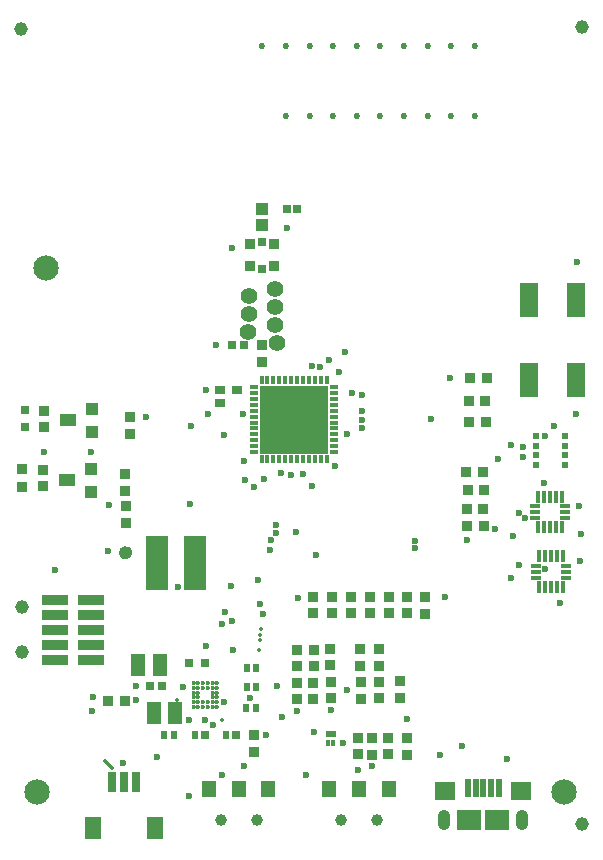
<source format=gts>
G04*
G04 #@! TF.GenerationSoftware,Altium Limited,Altium Designer,20.2.4 (192)*
G04*
G04 Layer_Color=8388736*
%FSLAX25Y25*%
%MOIN*%
G70*
G04*
G04 #@! TF.SameCoordinates,C82156A4-65EB-44BA-A6C3-424022D268A2*
G04*
G04*
G04 #@! TF.FilePolarity,Negative*
G04*
G01*
G75*
%ADD38R,0.03150X0.03150*%
%ADD50R,0.03543X0.03150*%
%ADD56C,0.02400*%
%ADD57R,0.22638X0.22638*%
%ADD58R,0.03622X0.01654*%
%ADD59R,0.01654X0.04114*%
%ADD60R,0.01772X0.02756*%
%ADD61R,0.02756X0.01772*%
%ADD62R,0.03591X0.03591*%
%ADD63R,0.03091X0.02591*%
%ADD64R,0.03591X0.03591*%
%ADD65R,0.05591X0.04191*%
%ADD66R,0.04191X0.04191*%
%ADD67R,0.04528X0.05315*%
%ADD68R,0.02520X0.02638*%
%ADD69R,0.04528X0.07677*%
%ADD70C,0.01417*%
%ADD71R,0.03740X0.03740*%
%ADD72R,0.02303X0.02591*%
%ADD73R,0.05315X0.07677*%
%ADD74R,0.02953X0.06693*%
%ADD75R,0.02165X0.05906*%
%ADD76R,0.08071X0.06693*%
%ADD77R,0.06890X0.06102*%
%ADD78R,0.03543X0.03740*%
%ADD79R,0.02559X0.02874*%
%ADD80R,0.04331X0.03937*%
%ADD81C,0.01378*%
%ADD82R,0.06063X0.11417*%
%ADD83R,0.06102X0.11417*%
%ADD84R,0.07480X0.18307*%
%ADD85R,0.02362X0.02362*%
%ADD86R,0.08583X0.03583*%
%ADD87R,0.01575X0.02165*%
%ADD88R,0.03347X0.02165*%
%ADD89C,0.01378*%
%ADD90C,0.04528*%
%ADD91C,0.08465*%
%ADD92C,0.03937*%
%ADD93O,0.04134X0.06890*%
%ADD94C,0.04606*%
%ADD95C,0.02362*%
%ADD96C,0.02087*%
%ADD97C,0.05591*%
D38*
X6299Y137205D02*
D03*
Y143110D02*
D03*
D50*
X71544Y149665D02*
D03*
X77056D02*
D03*
X71544Y145335D02*
D03*
D56*
X41000Y95410D02*
G03*
X41000Y95410I-1100J0D01*
G01*
D57*
X96063Y139764D02*
D03*
D58*
X186820Y91069D02*
D03*
Y89100D02*
D03*
Y87132D02*
D03*
X176780D02*
D03*
Y89100D02*
D03*
Y91069D02*
D03*
X186420Y110968D02*
D03*
Y109000D02*
D03*
Y107032D02*
D03*
X176380D02*
D03*
Y109000D02*
D03*
Y110968D02*
D03*
D59*
X185737Y84031D02*
D03*
X183768D02*
D03*
X181800D02*
D03*
X179832D02*
D03*
X177863D02*
D03*
Y94169D02*
D03*
X179832D02*
D03*
X181800D02*
D03*
X183768D02*
D03*
X185737D02*
D03*
X185337Y103931D02*
D03*
X183369D02*
D03*
X181400D02*
D03*
X179431D02*
D03*
X177463D02*
D03*
Y114069D02*
D03*
X179431D02*
D03*
X181400D02*
D03*
X183369D02*
D03*
X185337D02*
D03*
D60*
X106890Y126476D02*
D03*
X97047D02*
D03*
X95079D02*
D03*
X93110D02*
D03*
X91142D02*
D03*
X89173D02*
D03*
X87205D02*
D03*
X99016D02*
D03*
X100984D02*
D03*
X102953D02*
D03*
X104921D02*
D03*
X85236D02*
D03*
X104921Y153051D02*
D03*
X97047D02*
D03*
X89173D02*
D03*
X102953D02*
D03*
X100984D02*
D03*
X99016D02*
D03*
X91142D02*
D03*
X93110D02*
D03*
X95079D02*
D03*
X87205D02*
D03*
X85236D02*
D03*
X106890D02*
D03*
D61*
X109350Y130905D02*
D03*
Y138779D02*
D03*
Y146653D02*
D03*
Y132874D02*
D03*
Y134843D02*
D03*
Y136811D02*
D03*
Y144685D02*
D03*
Y142717D02*
D03*
Y140748D02*
D03*
Y148622D02*
D03*
Y150591D02*
D03*
Y128937D02*
D03*
X82776Y130905D02*
D03*
Y138779D02*
D03*
Y146653D02*
D03*
Y132874D02*
D03*
Y134843D02*
D03*
Y136811D02*
D03*
Y144685D02*
D03*
Y142717D02*
D03*
Y140748D02*
D03*
Y148622D02*
D03*
Y150591D02*
D03*
Y128937D02*
D03*
D62*
X118500Y52300D02*
D03*
Y46800D02*
D03*
X131400Y47000D02*
D03*
Y52500D02*
D03*
X117300Y33800D02*
D03*
Y28300D02*
D03*
X124400Y57800D02*
D03*
Y63300D02*
D03*
X118200Y57700D02*
D03*
Y63200D02*
D03*
X124500Y52400D02*
D03*
Y46900D02*
D03*
X97200Y63001D02*
D03*
Y57501D02*
D03*
X12400Y117600D02*
D03*
Y123100D02*
D03*
X41500Y140500D02*
D03*
Y135000D02*
D03*
X39700Y121500D02*
D03*
Y116000D02*
D03*
X12800Y142800D02*
D03*
Y137300D02*
D03*
X85300Y164600D02*
D03*
Y159100D02*
D03*
X122000Y33600D02*
D03*
Y28100D02*
D03*
X40000Y105400D02*
D03*
Y110900D02*
D03*
X139700Y75100D02*
D03*
Y80600D02*
D03*
X133700Y75200D02*
D03*
Y80700D02*
D03*
X127559Y75209D02*
D03*
Y80709D02*
D03*
X121260Y75209D02*
D03*
Y80709D02*
D03*
X114961Y75209D02*
D03*
Y80709D02*
D03*
X108661Y75209D02*
D03*
Y80709D02*
D03*
X102362Y75209D02*
D03*
Y80709D02*
D03*
X102701Y57501D02*
D03*
Y63001D02*
D03*
X108268Y46900D02*
D03*
Y52400D02*
D03*
X108202Y63401D02*
D03*
X102400Y46500D02*
D03*
Y52000D02*
D03*
X82700Y34600D02*
D03*
Y29100D02*
D03*
X96899Y52000D02*
D03*
Y46500D02*
D03*
X133600Y28100D02*
D03*
Y33600D02*
D03*
X127400Y28200D02*
D03*
Y33700D02*
D03*
D63*
X66391Y58600D02*
D03*
X61209D02*
D03*
X79500Y164500D02*
D03*
X75500D02*
D03*
X48000Y50900D02*
D03*
X52000D02*
D03*
X66535Y34646D02*
D03*
X76835D02*
D03*
D64*
X159251Y104263D02*
D03*
X153751D02*
D03*
X39600Y46100D02*
D03*
X34100D02*
D03*
X154369Y146137D02*
D03*
X159869D02*
D03*
X154400Y139100D02*
D03*
X159900D02*
D03*
X159437Y116142D02*
D03*
X153937D02*
D03*
X153543Y122441D02*
D03*
X159043D02*
D03*
X159200Y110000D02*
D03*
X153700D02*
D03*
X160224Y153543D02*
D03*
X154724D02*
D03*
X108202Y57901D02*
D03*
D65*
X20600Y139500D02*
D03*
X20300Y119500D02*
D03*
D66*
X28600Y143200D02*
D03*
Y135700D02*
D03*
X28300Y115700D02*
D03*
Y123200D02*
D03*
D67*
X107874Y16535D02*
D03*
X117717D02*
D03*
X127559D02*
D03*
X87537Y16536D02*
D03*
X77694D02*
D03*
X67852D02*
D03*
D68*
X96995Y210100D02*
D03*
X93805D02*
D03*
D69*
X49413Y41823D02*
D03*
X56500D02*
D03*
X44163Y58100D02*
D03*
X51250D02*
D03*
D70*
X70457Y44079D02*
D03*
X68882D02*
D03*
X67307D02*
D03*
X65732D02*
D03*
X64157D02*
D03*
X62583D02*
D03*
X70457Y45654D02*
D03*
X68882D02*
D03*
X67307D02*
D03*
X65732D02*
D03*
X64157D02*
D03*
X62583D02*
D03*
X70457Y47228D02*
D03*
X68882D02*
D03*
X64157D02*
D03*
X62583D02*
D03*
X70457Y48803D02*
D03*
X68882D02*
D03*
X64157D02*
D03*
X62583D02*
D03*
X70457Y50378D02*
D03*
X68882D02*
D03*
X67307D02*
D03*
X65732D02*
D03*
X64157D02*
D03*
X62583D02*
D03*
X70457Y51953D02*
D03*
X68882D02*
D03*
X67307D02*
D03*
X65732D02*
D03*
X64157D02*
D03*
X62583D02*
D03*
D71*
X5400Y123153D02*
D03*
Y117247D02*
D03*
D72*
X83528Y57087D02*
D03*
X80315D02*
D03*
X83465Y50787D02*
D03*
X80252D02*
D03*
X83364Y43600D02*
D03*
X80151D02*
D03*
X55905Y34646D02*
D03*
X52693D02*
D03*
X62929D02*
D03*
X73228D02*
D03*
D73*
X49606Y3642D02*
D03*
X29134D02*
D03*
D74*
X39370Y18898D02*
D03*
X35433D02*
D03*
X43307D02*
D03*
D75*
X159125Y16931D02*
D03*
X156565D02*
D03*
X154006D02*
D03*
X161683D02*
D03*
X164243D02*
D03*
D76*
X154400Y6400D02*
D03*
X163849D02*
D03*
D77*
X171723Y16046D02*
D03*
X146526D02*
D03*
D78*
X81365Y198307D02*
D03*
X89435D02*
D03*
Y190827D02*
D03*
X81365D02*
D03*
D79*
X85400Y199134D02*
D03*
Y190000D02*
D03*
D80*
X85500Y204743D02*
D03*
Y210057D02*
D03*
D81*
X39900Y96630D02*
D03*
Y94170D02*
D03*
X62583Y44079D02*
D03*
X84400Y63000D02*
D03*
X85100Y69900D02*
D03*
X84800Y67900D02*
D03*
X84700Y66200D02*
D03*
X71900Y39600D02*
D03*
X57200Y46400D02*
D03*
X68882Y50378D02*
D03*
Y48803D02*
D03*
Y47228D02*
D03*
X67307Y50378D02*
D03*
X64157D02*
D03*
X65732D02*
D03*
D82*
X174409Y152953D02*
D03*
D83*
X190157D02*
D03*
X174409Y179528D02*
D03*
X190157D02*
D03*
D84*
X50302Y91900D02*
D03*
X63098D02*
D03*
D85*
X176876Y124776D02*
D03*
Y127925D02*
D03*
Y131075D02*
D03*
Y134224D02*
D03*
X186324D02*
D03*
Y131075D02*
D03*
Y127925D02*
D03*
Y124776D02*
D03*
D86*
X16516Y64705D02*
D03*
X28524Y79705D02*
D03*
Y74705D02*
D03*
Y69705D02*
D03*
Y64705D02*
D03*
Y59705D02*
D03*
X16516Y79705D02*
D03*
Y74705D02*
D03*
Y69705D02*
D03*
Y59705D02*
D03*
D87*
X109186Y32122D02*
D03*
X107414D02*
D03*
D88*
X108300Y34878D02*
D03*
D89*
X33200Y25900D02*
X35433Y23667D01*
D90*
X192000Y5000D02*
D03*
Y270700D02*
D03*
X5100Y270000D02*
D03*
D91*
X13500Y190400D02*
D03*
X10300Y15800D02*
D03*
X186100Y15600D02*
D03*
D92*
X123622Y6299D02*
D03*
X111811Y6299D02*
D03*
X71789Y6300D02*
D03*
X83600Y6300D02*
D03*
D93*
X172117Y6400D02*
D03*
X146132D02*
D03*
D94*
X5512Y77205D02*
D03*
Y62205D02*
D03*
D95*
X179832Y89969D02*
D03*
X88300Y99700D02*
D03*
X88098Y96400D02*
D03*
X75461Y196987D02*
D03*
X93700Y203800D02*
D03*
X69900Y164600D02*
D03*
X108400Y42900D02*
D03*
X102700Y35800D02*
D03*
X172400Y130600D02*
D03*
Y127300D02*
D03*
X191100Y111100D02*
D03*
X191700Y101500D02*
D03*
X191400Y92500D02*
D03*
X78900Y141500D02*
D03*
X72800Y134600D02*
D03*
X91800Y122000D02*
D03*
X98900Y121600D02*
D03*
X102200Y117700D02*
D03*
X96700Y102400D02*
D03*
X115500Y148500D02*
D03*
X111100Y155500D02*
D03*
X107800Y159700D02*
D03*
X79400Y126000D02*
D03*
X109600Y124400D02*
D03*
X85900Y120000D02*
D03*
X118700Y139800D02*
D03*
Y148100D02*
D03*
X113600Y49700D02*
D03*
X182600Y137700D02*
D03*
X190200Y141700D02*
D03*
X184700Y78600D02*
D03*
X97400Y80300D02*
D03*
X66700Y64300D02*
D03*
X16500Y89800D02*
D03*
X167000Y26700D02*
D03*
X146400Y80500D02*
D03*
X153700Y99800D02*
D03*
X67400Y141600D02*
D03*
X66600Y149600D02*
D03*
X34500Y111200D02*
D03*
X97000Y42500D02*
D03*
X79300Y24200D02*
D03*
X90300Y50900D02*
D03*
X92000Y40600D02*
D03*
X28900Y47400D02*
D03*
X28800Y42500D02*
D03*
X43300Y51000D02*
D03*
X81400Y46900D02*
D03*
X133600Y40000D02*
D03*
X112400Y32000D02*
D03*
X117300Y22900D02*
D03*
X148000Y153600D02*
D03*
X190400Y192200D02*
D03*
X12700Y129100D02*
D03*
X28400D02*
D03*
X151900Y31000D02*
D03*
X61000Y39700D02*
D03*
X60900Y14200D02*
D03*
X72100Y21200D02*
D03*
X95000Y121400D02*
D03*
X144800Y27900D02*
D03*
X61700Y137600D02*
D03*
X79800Y119800D02*
D03*
X84800Y78400D02*
D03*
X57400Y83900D02*
D03*
X103300Y94700D02*
D03*
X34200Y96100D02*
D03*
X85700Y74900D02*
D03*
X82600Y117300D02*
D03*
X61400Y111500D02*
D03*
X122100Y24300D02*
D03*
X50400Y27400D02*
D03*
X99900Y21300D02*
D03*
X86700Y34600D02*
D03*
X84136Y86436D02*
D03*
X75200Y84400D02*
D03*
X90200Y102000D02*
D03*
X46700Y140700D02*
D03*
X113700Y134900D02*
D03*
X141850Y139950D02*
D03*
X173068Y107032D02*
D03*
X113200Y162400D02*
D03*
X179776Y134224D02*
D03*
X163900Y126800D02*
D03*
X168400Y131300D02*
D03*
X136500Y96900D02*
D03*
X179431Y118569D02*
D03*
X118700Y142700D02*
D03*
X163000Y103200D02*
D03*
X169200Y101100D02*
D03*
X90200Y104600D02*
D03*
X136500Y99400D02*
D03*
X168500Y87100D02*
D03*
X118700Y136900D02*
D03*
X170900Y91200D02*
D03*
Y108600D02*
D03*
X39200Y25300D02*
D03*
X75700Y63000D02*
D03*
X75300Y72800D02*
D03*
X104800Y157200D02*
D03*
X73000Y75500D02*
D03*
X71911Y71711D02*
D03*
X102200Y157500D02*
D03*
X43400Y46400D02*
D03*
X68900Y38100D02*
D03*
X72755Y45654D02*
D03*
X58900Y50700D02*
D03*
X66500Y39700D02*
D03*
D96*
X156366Y264445D02*
D03*
Y240823D02*
D03*
X148492Y264445D02*
D03*
Y240823D02*
D03*
X140618Y264445D02*
D03*
Y240823D02*
D03*
X132744Y264445D02*
D03*
Y240823D02*
D03*
X124870Y264445D02*
D03*
Y240823D02*
D03*
X116996Y264445D02*
D03*
Y240823D02*
D03*
X109122Y264445D02*
D03*
Y240823D02*
D03*
X101248Y264445D02*
D03*
Y240823D02*
D03*
X93374Y264445D02*
D03*
Y240823D02*
D03*
X85500Y264444D02*
D03*
D97*
X80976Y181019D02*
D03*
Y175019D02*
D03*
X80611Y169030D02*
D03*
X90330Y165174D02*
D03*
X89824Y171153D02*
D03*
Y177153D02*
D03*
Y183153D02*
D03*
M02*

</source>
